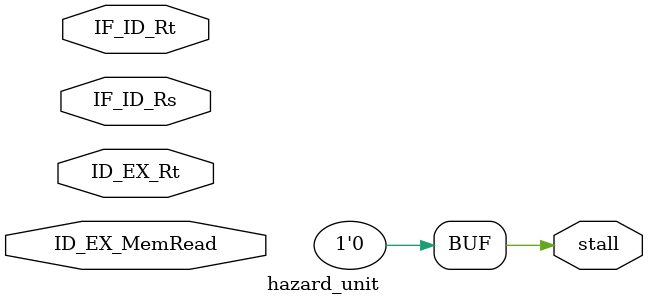
<source format=v>
`timescale 1ns / 1ps


module pipelined_processor(
    input wire clk,
    input wire reset,
    input wire [31:0] initial_pc
);

    // ------------------------------------------------------------------
    // Basic PC / IF outputs
    // ------------------------------------------------------------------
    reg [31:0] pc;
    wire [31:0] instr_if;      // instruction read from instruction memory (IF)
    wire [31:0] pc_plus1_if;   // pc + 1 computed in IF

    // Hook to existing programMem (combinational read)
    programMem prog_mem(.pc(pc), .instruction(instr_if));

    // compute pc+1 in IF (word-addressed PC like your existing design)
    assign pc_plus1_if = pc + 1;

    // ------------------------------------------------------------------
    // IF/ID pipeline register
    // ------------------------------------------------------------------
    wire [31:0] ifid_instr_out;
    wire [31:0] ifid_pc_plus1_out;

    IF_ID_reg IFID(
        .clk(clk),
        .reset(reset),
        .stall(1'b0),         // TODO: connect to hazard unit
        .flush(1'b0),         // TODO: assert on branch taken
        .instr_in(instr_if),
        .pc_plus1_in(pc_plus1_if),
        .instr_out(ifid_instr_out),
        .pc_plus1_out(ifid_pc_plus1_out)
    );

    // ------------------------------------------------------------------
    // ID stage: decode, register file read, control generation
    // ------------------------------------------------------------------
    // decode fields
    wire [5:0] id_opcode = ifid_instr_out[31:26];
    wire [5:0] id_funct  = ifid_instr_out[5:0];
    wire [4:0] id_rs     = ifid_instr_out[25:21];
    wire [4:0] id_rt     = ifid_instr_out[20:16];
    wire [4:0] id_rd     = ifid_instr_out[15:11];
    wire [15:0] id_imm   = ifid_instr_out[15:0];

    // TODO: instantiate a Control unit to generate the control signals
    // For now we make a control bus placeholder
    wire RegWrite_id;    // write enable to regfile (to be stored in ID/EX)
    wire MemRead_id;     // load
    wire MemWrite_id;    // store
    wire MemToReg_id;    // choose mem data for WB
    wire ALUSrc_id;      // ALU second operand is immediate
    wire [2:0] ALUOp_id; // ALU operation selection (width as needed)

    // Register file (reuse the existing one) - asynchronous read
    wire [31:0] reg_read1_id;
    wire [31:0] reg_read2_id;
    wire [31:0] writeback_data_wb;
    wire [4:0] writeback_reg_wb;
    wire writeback_enable_wb;

    // Connect register file: writes will come from WB stage
    registerFile regFile(
        .clk(clk),
        .writeEnable(writeback_enable_wb),
        .writeReg(writeback_reg_wb),
        .writeData(writeback_data_wb),
        .readReg1(id_rs),
        .readReg2(id_rt),
        .readData1(reg_read1_id),
        .readData2(reg_read2_id)
    );

    // immediate ext
    wire [31:0] imm_ext_id = {{16{id_imm[15]}}, id_imm}; // sign-extend default; adjust for ANDI/ORI

    // ID/EX pipeline register (capture decoded values + control signals)
    // Many signals will be captured here; we provide placeholders
    wire [31:0] idex_pc_plus1_out;
    wire [31:0] idex_regdata1_out;
    wire [31:0] idex_regdata2_out;
    wire [31:0] idex_imm_out;
    wire [4:0]  idex_rs_out;
    wire [4:0]  idex_rt_out;
    wire [4:0]  idex_rd_out;

    // control signals in pipeline (ID/EX)
    wire idex_RegWrite;
    wire idex_MemRead;
    wire idex_MemWrite;
    wire idex_MemToReg;
    wire idex_ALUSrc;
    wire [2:0] idex_ALUOp;

    ID_EX_reg IDEX(
        .clk(clk),
        .reset(reset),
        .stall(1'b0), // TODO: connect hazard detection stall
        // inputs
        .pc_plus1_in(ifid_pc_plus1_out),
        .regdata1_in(reg_read1_id),
        .regdata2_in(reg_read2_id),
        .imm_in(imm_ext_id),
        .rs_in(id_rs),
        .rt_in(id_rt),
        .rd_in(id_rd),
        // control inputs (TODO: wire these from Control unit)
        .RegWrite_in(RegWrite_id),
        .MemRead_in(MemRead_id),
        .MemWrite_in(MemWrite_id),
        .MemToReg_in(MemToReg_id),
        .ALUSrc_in(ALUSrc_id),
        .ALUOp_in(ALUOp_id),
        // outputs
        .pc_plus1_out(idex_pc_plus1_out),
        .regdata1_out(idex_regdata1_out),
        .regdata2_out(idex_regdata2_out),
        .imm_out(idex_imm_out),
        .rs_out(idex_rs_out),
        .rt_out(idex_rt_out),
        .rd_out(idex_rd_out),
        .RegWrite_out(idex_RegWrite),
        .MemRead_out(idex_MemRead),
        .MemWrite_out(idex_MemWrite),
        .MemToReg_out(idex_MemToReg),
        .ALUSrc_out(idex_ALUSrc),
        .ALUOp_out(idex_ALUOp)
    );

    // ------------------------------------------------------------------
    // EX stage: ALU, branch target calculation, forwarding muxes
    // ------------------------------------------------------------------
    // ALU inputs with forwarding (placeholder signals)
    wire [31:0] alu_input_A;
    wire [31:0] alu_input_B_pre;
    wire [31:0] alu_input_B = idex_ALUSrc ? idex_imm_out : alu_input_B_pre;
    wire [31:0] alu_result_ex;

    // TODO: Instantiate forwarding unit and wire alu_input_A, alu_input_B_pre
    // For now, wire direct: (you will replace with muxes that select forwarded values)
    assign alu_input_A = idex_regdata1_out;
    assign alu_input_B_pre = idex_regdata2_out;

    // Use existing ALU module
    alu alu_ex(.A(alu_input_A), .B(alu_input_B), .ALU_Sel(idex_ALUOp), .ALU_Out(alu_result_ex));

    // EX/MEM pipeline register
    wire [31:0] exmem_alu_result_out;
    wire [31:0] exmem_write_data_out;
    wire [4:0]  exmem_write_reg_out;
    wire exmem_RegWrite_out;
    wire exmem_MemRead_out;
    wire exmem_MemWrite_out;
    wire exmem_MemToReg_out;

    EX_MEM_reg EXMEM(
        .clk(clk),
        .reset(reset),
        .alu_result_in(alu_result_ex),
        .write_data_in(idex_regdata2_out),
        .write_reg_in(idex_rt_out /* or idex_rd_out depending on RegDst */),
        .RegWrite_in(idex_RegWrite),
        .MemRead_in(idex_MemRead),
        .MemWrite_in(idex_MemWrite),
        .MemToReg_in(idex_MemToReg),
        .alu_result_out(exmem_alu_result_out),
        .write_data_out(exmem_write_data_out),
        .write_reg_out(exmem_write_reg_out),
        .RegWrite_out(exmem_RegWrite_out),
        .MemRead_out(exmem_MemRead_out),
        .MemWrite_out(exmem_MemWrite_out),
        .MemToReg_out(exmem_MemToReg_out)
    );

    // ------------------------------------------------------------------
    // MEM stage: data memory access
    // ------------------------------------------------------------------
    wire [31:0] mem_read_data_mem;

    // Hook to existing memoryFile (synchronous write, combinational read)
    memoryFile data_mem(
        .clk(clk),
        .addr(exmem_alu_result_out),
        .writeEnable(exmem_MemWrite_out),
        .writeData(exmem_write_data_out),
        .readData(mem_read_data_mem)
    );

    // MEM/WB pipeline register
    wire [31:0] memwb_memread_out;
    wire [31:0] memwb_aluout_out;
    wire [4:0] memwb_writereg_out;
    wire memwb_RegWrite_out;
    wire memwb_MemToReg_out;

    MEM_WB_reg MEMWB(
        .clk(clk),
        .reset(reset),
        .mem_read_in(mem_read_data_mem),
        .alu_result_in(exmem_alu_result_out),
        .write_reg_in(exmem_write_reg_out),
        .RegWrite_in(exmem_RegWrite_out),
        .MemToReg_in(exmem_MemToReg_out),
        .mem_read_out(memwb_memread_out),
        .alu_result_out(memwb_aluout_out),
        .write_reg_out(memwb_writereg_out),
        .RegWrite_out(memwb_RegWrite_out),
        .MemToReg_out(memwb_MemToReg_out)
    );

    // ------------------------------------------------------------------
    // WB stage: writeback selection
    // ------------------------------------------------------------------
    // choose between memory data and alu result
    assign writeback_data_wb = memwb_MemToReg_out ? memwb_memread_out : memwb_aluout_out;
    assign writeback_reg_wb  = memwb_writereg_out;
    assign writeback_enable_wb = memwb_RegWrite_out;

    // ------------------------------------------------------------------
    // PC update logic (handles stall and branch/flush)
    // ------------------------------------------------------------------
    // TODO: branch decision should be computed in EX and provided here
    wire branch_taken_ex = 1'b0;       // TODO: from EX stage
    wire [31:0] branch_target_ex = 32'b0; // TODO: from EX stage
    wire stall = 1'b0; // TODO: from hazard detection unit
    wire flush_ifid = 1'b0; // TODO: assert when branch taken

    always @(posedge clk or posedge reset) begin
        if (reset) begin
            pc <= initial_pc;
        end else begin
            if (stall) begin
                pc <= pc; // freeze
            end else if (branch_taken_ex) begin
                pc <= branch_target_ex;
            end else begin
                pc <= pc + 1; // basic increment
            end
        end
    end

endmodule

// ------------------------------------------------------------------
// Pipeline register modules: implement these to capture signals across
// clock edges. They include stall and flush behavior where needed.
// ------------------------------------------------------------------

module IF_ID_reg(
    input wire clk,
    input wire reset,
    input wire stall,
    input wire flush,
    input wire [31:0] instr_in,
    input wire [31:0] pc_plus1_in,
    output reg [31:0] instr_out,
    output reg [31:0] pc_plus1_out
);
    always @(posedge clk or posedge reset) begin
        if (reset) begin
            instr_out <= 32'b0; // treat 0 as NOP
            pc_plus1_out <= 32'b0;
        end else if (stall) begin
            // keep current values
            instr_out <= instr_out;
            pc_plus1_out <= pc_plus1_out;
        end else if (flush) begin
            instr_out <= 32'b0; // injected bubble
            pc_plus1_out <= 32'b0;
        end else begin
            instr_out <= instr_in;
            pc_plus1_out <= pc_plus1_in;
        end
    end
endmodule

module ID_EX_reg(
    input wire clk,
    input wire reset,
    input wire stall,
    // data inputs
    input wire [31:0] pc_plus1_in,
    input wire [31:0] regdata1_in,
    input wire [31:0] regdata2_in,
    input wire [31:0] imm_in,
    input wire [4:0] rs_in,
    input wire [4:0] rt_in,
    input wire [4:0] rd_in,
    // control inputs
    input wire RegWrite_in,
    input wire MemRead_in,
    input wire MemWrite_in,
    input wire MemToReg_in,
    input wire ALUSrc_in,
    input wire [2:0] ALUOp_in,
    // outputs
    output reg [31:0] pc_plus1_out,
    output reg [31:0] regdata1_out,
    output reg [31:0] regdata2_out,
    output reg [31:0] imm_out,
    output reg [4:0] rs_out,
    output reg [4:0] rt_out,
    output reg [4:0] rd_out,
    output reg RegWrite_out,
    output reg MemRead_out,
    output reg MemWrite_out,
    output reg MemToReg_out,
    output reg ALUSrc_out,
    output reg [2:0] ALUOp_out
);
    always @(posedge clk or posedge reset) begin
        if (reset) begin
            pc_plus1_out <= 32'b0;
            regdata1_out <= 32'b0;
            regdata2_out <= 32'b0;
            imm_out <= 32'b0;
            rs_out <= 5'b0;
            rt_out <= 5'b0;
            rd_out <= 5'b0;
            RegWrite_out <= 1'b0;
            MemRead_out <= 1'b0;
            MemWrite_out <= 1'b0;
            MemToReg_out <= 1'b0;
            ALUSrc_out <= 1'b0;
            ALUOp_out <= 3'b000;
        end else if (stall) begin
            // insert bubble: zero control signals, keep others or freeze as design requires
            RegWrite_out <= 1'b0;
            MemRead_out <= 1'b0;
            MemWrite_out <= 1'b0;
            MemToReg_out <= 1'b0;
            ALUSrc_out <= 1'b0;
            ALUOp_out <= 3'b000;
            // Optionally freeze data fields or pass through previous values depending on hazard design
        end else begin
            pc_plus1_out <= pc_plus1_in;
            regdata1_out <= regdata1_in;
            regdata2_out <= regdata2_in;
            imm_out <= imm_in;
            rs_out <= rs_in;
            rt_out <= rt_in;
            rd_out <= rd_in;
            RegWrite_out <= RegWrite_in;
            MemRead_out <= MemRead_in;
            MemWrite_out <= MemWrite_in;
            MemToReg_out <= MemToReg_in;
            ALUSrc_out <= ALUSrc_in;
            ALUOp_out <= ALUOp_in;
        end
    end
endmodule

module EX_MEM_reg(
    input wire clk,
    input wire reset,
    input wire [31:0] alu_result_in,
    input wire [31:0] write_data_in,
    input wire [4:0] write_reg_in,
    input wire RegWrite_in,
    input wire MemRead_in,
    input wire MemWrite_in,
    input wire MemToReg_in,
    output reg [31:0] alu_result_out,
    output reg [31:0] write_data_out,
    output reg [4:0] write_reg_out,
    output reg RegWrite_out,
    output reg MemRead_out,
    output reg MemWrite_out,
    output reg MemToReg_out
);
    always @(posedge clk or posedge reset) begin
        if (reset) begin
            alu_result_out <= 32'b0;
            write_data_out <= 32'b0;
            write_reg_out <= 5'b0;
            RegWrite_out <= 1'b0;
            MemRead_out <= 1'b0;
            MemWrite_out <= 1'b0;
            MemToReg_out <= 1'b0;
        end else begin
            alu_result_out <= alu_result_in;
            write_data_out <= write_data_in;
            write_reg_out <= write_reg_in;
            RegWrite_out <= RegWrite_in;
            MemRead_out <= MemRead_in;
            MemWrite_out <= MemWrite_in;
            MemToReg_out <= MemToReg_in;
        end
    end
endmodule

module MEM_WB_reg(
    input wire clk,
    input wire reset,
    input wire [31:0] mem_read_in,
    input wire [31:0] alu_result_in,
    input wire [4:0] write_reg_in,
    input wire RegWrite_in,
    input wire MemToReg_in,
    output reg [31:0] mem_read_out,
    output reg [31:0] alu_result_out,
    output reg [4:0] write_reg_out,
    output reg RegWrite_out,
    output reg MemToReg_out
);
    always @(posedge clk or posedge reset) begin
        if (reset) begin
            mem_read_out <= 32'b0;
            alu_result_out <= 32'b0;
            write_reg_out <= 5'b0;
            RegWrite_out <= 1'b0;
            MemToReg_out <= 1'b0;
        end else begin
            mem_read_out <= mem_read_in;
            alu_result_out <= alu_result_in;
            write_reg_out <= write_reg_in;
            RegWrite_out <= RegWrite_in;
            MemToReg_out <= MemToReg_in;
        end
    end
endmodule

// ------------------------------------------------------------------
// Forwarding unit stub - implement logic to set ForwardA/ForwardB
// ------------------------------------------------------------------
module forwarding_unit(
    input wire EX_MEM_RegWrite,
    input wire [4:0] EX_MEM_Rd,
    input wire MEM_WB_RegWrite,
    input wire [4:0] MEM_WB_Rd,
    input wire [4:0] ID_EX_Rs,
    input wire [4:0] ID_EX_Rt,
    output wire [1:0] ForwardA,
    output wire [1:0] ForwardB
);
    // TODO: implement forwarding logic and set ForwardA/ForwardB values
    assign ForwardA = 2'b00;
    assign ForwardB = 2'b00;
endmodule

// ------------------------------------------------------------------
// Hazard detection unit stub - detect load-use hazards and assert stall
// ------------------------------------------------------------------
module hazard_unit(
    input wire ID_EX_MemRead,
    input wire [4:0] ID_EX_Rt,
    input wire [4:0] IF_ID_Rs,
    input wire [4:0] IF_ID_Rt,
    output wire stall
);
    // TODO: set stall = 1 when a load-use hazard is detected
    assign stall = 1'b0;
endmodule

// End of skeleton

</source>
